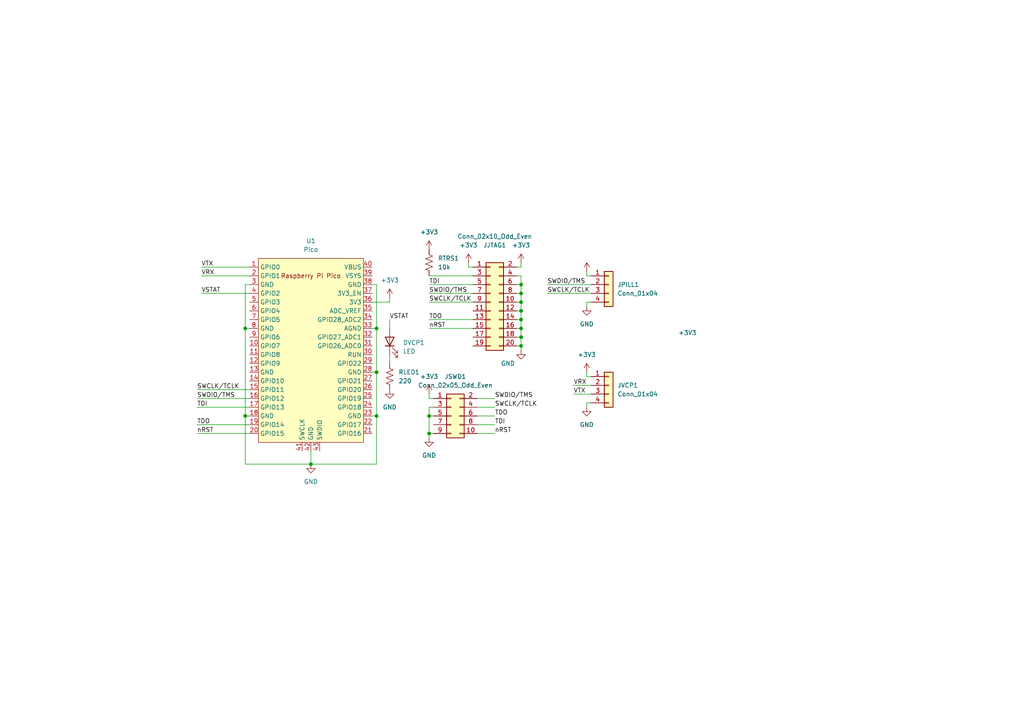
<source format=kicad_sch>
(kicad_sch (version 20211123) (generator eeschema)

  (uuid 95e9225e-fea7-44de-8175-80dc86985217)

  (paper "A4")

  (lib_symbols
    (symbol "Connector_Generic:Conn_01x04" (pin_names (offset 1.016) hide) (in_bom yes) (on_board yes)
      (property "Reference" "J" (id 0) (at 0 5.08 0)
        (effects (font (size 1.27 1.27)))
      )
      (property "Value" "Conn_01x04" (id 1) (at 0 -7.62 0)
        (effects (font (size 1.27 1.27)))
      )
      (property "Footprint" "" (id 2) (at 0 0 0)
        (effects (font (size 1.27 1.27)) hide)
      )
      (property "Datasheet" "~" (id 3) (at 0 0 0)
        (effects (font (size 1.27 1.27)) hide)
      )
      (property "ki_keywords" "connector" (id 4) (at 0 0 0)
        (effects (font (size 1.27 1.27)) hide)
      )
      (property "ki_description" "Generic connector, single row, 01x04, script generated (kicad-library-utils/schlib/autogen/connector/)" (id 5) (at 0 0 0)
        (effects (font (size 1.27 1.27)) hide)
      )
      (property "ki_fp_filters" "Connector*:*_1x??_*" (id 6) (at 0 0 0)
        (effects (font (size 1.27 1.27)) hide)
      )
      (symbol "Conn_01x04_1_1"
        (rectangle (start -1.27 -4.953) (end 0 -5.207)
          (stroke (width 0.1524) (type default) (color 0 0 0 0))
          (fill (type none))
        )
        (rectangle (start -1.27 -2.413) (end 0 -2.667)
          (stroke (width 0.1524) (type default) (color 0 0 0 0))
          (fill (type none))
        )
        (rectangle (start -1.27 0.127) (end 0 -0.127)
          (stroke (width 0.1524) (type default) (color 0 0 0 0))
          (fill (type none))
        )
        (rectangle (start -1.27 2.667) (end 0 2.413)
          (stroke (width 0.1524) (type default) (color 0 0 0 0))
          (fill (type none))
        )
        (rectangle (start -1.27 3.81) (end 1.27 -6.35)
          (stroke (width 0.254) (type default) (color 0 0 0 0))
          (fill (type background))
        )
        (pin passive line (at -5.08 2.54 0) (length 3.81)
          (name "Pin_1" (effects (font (size 1.27 1.27))))
          (number "1" (effects (font (size 1.27 1.27))))
        )
        (pin passive line (at -5.08 0 0) (length 3.81)
          (name "Pin_2" (effects (font (size 1.27 1.27))))
          (number "2" (effects (font (size 1.27 1.27))))
        )
        (pin passive line (at -5.08 -2.54 0) (length 3.81)
          (name "Pin_3" (effects (font (size 1.27 1.27))))
          (number "3" (effects (font (size 1.27 1.27))))
        )
        (pin passive line (at -5.08 -5.08 0) (length 3.81)
          (name "Pin_4" (effects (font (size 1.27 1.27))))
          (number "4" (effects (font (size 1.27 1.27))))
        )
      )
    )
    (symbol "Connector_Generic:Conn_02x05_Odd_Even" (pin_names (offset 1.016) hide) (in_bom yes) (on_board yes)
      (property "Reference" "J" (id 0) (at 1.27 7.62 0)
        (effects (font (size 1.27 1.27)))
      )
      (property "Value" "Conn_02x05_Odd_Even" (id 1) (at 1.27 -7.62 0)
        (effects (font (size 1.27 1.27)))
      )
      (property "Footprint" "" (id 2) (at 0 0 0)
        (effects (font (size 1.27 1.27)) hide)
      )
      (property "Datasheet" "~" (id 3) (at 0 0 0)
        (effects (font (size 1.27 1.27)) hide)
      )
      (property "ki_keywords" "connector" (id 4) (at 0 0 0)
        (effects (font (size 1.27 1.27)) hide)
      )
      (property "ki_description" "Generic connector, double row, 02x05, odd/even pin numbering scheme (row 1 odd numbers, row 2 even numbers), script generated (kicad-library-utils/schlib/autogen/connector/)" (id 5) (at 0 0 0)
        (effects (font (size 1.27 1.27)) hide)
      )
      (property "ki_fp_filters" "Connector*:*_2x??_*" (id 6) (at 0 0 0)
        (effects (font (size 1.27 1.27)) hide)
      )
      (symbol "Conn_02x05_Odd_Even_1_1"
        (rectangle (start -1.27 -4.953) (end 0 -5.207)
          (stroke (width 0.1524) (type default) (color 0 0 0 0))
          (fill (type none))
        )
        (rectangle (start -1.27 -2.413) (end 0 -2.667)
          (stroke (width 0.1524) (type default) (color 0 0 0 0))
          (fill (type none))
        )
        (rectangle (start -1.27 0.127) (end 0 -0.127)
          (stroke (width 0.1524) (type default) (color 0 0 0 0))
          (fill (type none))
        )
        (rectangle (start -1.27 2.667) (end 0 2.413)
          (stroke (width 0.1524) (type default) (color 0 0 0 0))
          (fill (type none))
        )
        (rectangle (start -1.27 5.207) (end 0 4.953)
          (stroke (width 0.1524) (type default) (color 0 0 0 0))
          (fill (type none))
        )
        (rectangle (start -1.27 6.35) (end 3.81 -6.35)
          (stroke (width 0.254) (type default) (color 0 0 0 0))
          (fill (type background))
        )
        (rectangle (start 3.81 -4.953) (end 2.54 -5.207)
          (stroke (width 0.1524) (type default) (color 0 0 0 0))
          (fill (type none))
        )
        (rectangle (start 3.81 -2.413) (end 2.54 -2.667)
          (stroke (width 0.1524) (type default) (color 0 0 0 0))
          (fill (type none))
        )
        (rectangle (start 3.81 0.127) (end 2.54 -0.127)
          (stroke (width 0.1524) (type default) (color 0 0 0 0))
          (fill (type none))
        )
        (rectangle (start 3.81 2.667) (end 2.54 2.413)
          (stroke (width 0.1524) (type default) (color 0 0 0 0))
          (fill (type none))
        )
        (rectangle (start 3.81 5.207) (end 2.54 4.953)
          (stroke (width 0.1524) (type default) (color 0 0 0 0))
          (fill (type none))
        )
        (pin passive line (at -5.08 5.08 0) (length 3.81)
          (name "Pin_1" (effects (font (size 1.27 1.27))))
          (number "1" (effects (font (size 1.27 1.27))))
        )
        (pin passive line (at 7.62 -5.08 180) (length 3.81)
          (name "Pin_10" (effects (font (size 1.27 1.27))))
          (number "10" (effects (font (size 1.27 1.27))))
        )
        (pin passive line (at 7.62 5.08 180) (length 3.81)
          (name "Pin_2" (effects (font (size 1.27 1.27))))
          (number "2" (effects (font (size 1.27 1.27))))
        )
        (pin passive line (at -5.08 2.54 0) (length 3.81)
          (name "Pin_3" (effects (font (size 1.27 1.27))))
          (number "3" (effects (font (size 1.27 1.27))))
        )
        (pin passive line (at 7.62 2.54 180) (length 3.81)
          (name "Pin_4" (effects (font (size 1.27 1.27))))
          (number "4" (effects (font (size 1.27 1.27))))
        )
        (pin passive line (at -5.08 0 0) (length 3.81)
          (name "Pin_5" (effects (font (size 1.27 1.27))))
          (number "5" (effects (font (size 1.27 1.27))))
        )
        (pin passive line (at 7.62 0 180) (length 3.81)
          (name "Pin_6" (effects (font (size 1.27 1.27))))
          (number "6" (effects (font (size 1.27 1.27))))
        )
        (pin passive line (at -5.08 -2.54 0) (length 3.81)
          (name "Pin_7" (effects (font (size 1.27 1.27))))
          (number "7" (effects (font (size 1.27 1.27))))
        )
        (pin passive line (at 7.62 -2.54 180) (length 3.81)
          (name "Pin_8" (effects (font (size 1.27 1.27))))
          (number "8" (effects (font (size 1.27 1.27))))
        )
        (pin passive line (at -5.08 -5.08 0) (length 3.81)
          (name "Pin_9" (effects (font (size 1.27 1.27))))
          (number "9" (effects (font (size 1.27 1.27))))
        )
      )
    )
    (symbol "Connector_Generic:Conn_02x10_Odd_Even" (pin_names (offset 1.016) hide) (in_bom yes) (on_board yes)
      (property "Reference" "J" (id 0) (at 1.27 12.7 0)
        (effects (font (size 1.27 1.27)))
      )
      (property "Value" "Conn_02x10_Odd_Even" (id 1) (at 1.27 -15.24 0)
        (effects (font (size 1.27 1.27)))
      )
      (property "Footprint" "" (id 2) (at 0 0 0)
        (effects (font (size 1.27 1.27)) hide)
      )
      (property "Datasheet" "~" (id 3) (at 0 0 0)
        (effects (font (size 1.27 1.27)) hide)
      )
      (property "ki_keywords" "connector" (id 4) (at 0 0 0)
        (effects (font (size 1.27 1.27)) hide)
      )
      (property "ki_description" "Generic connector, double row, 02x10, odd/even pin numbering scheme (row 1 odd numbers, row 2 even numbers), script generated (kicad-library-utils/schlib/autogen/connector/)" (id 5) (at 0 0 0)
        (effects (font (size 1.27 1.27)) hide)
      )
      (property "ki_fp_filters" "Connector*:*_2x??_*" (id 6) (at 0 0 0)
        (effects (font (size 1.27 1.27)) hide)
      )
      (symbol "Conn_02x10_Odd_Even_1_1"
        (rectangle (start -1.27 -12.573) (end 0 -12.827)
          (stroke (width 0.1524) (type default) (color 0 0 0 0))
          (fill (type none))
        )
        (rectangle (start -1.27 -10.033) (end 0 -10.287)
          (stroke (width 0.1524) (type default) (color 0 0 0 0))
          (fill (type none))
        )
        (rectangle (start -1.27 -7.493) (end 0 -7.747)
          (stroke (width 0.1524) (type default) (color 0 0 0 0))
          (fill (type none))
        )
        (rectangle (start -1.27 -4.953) (end 0 -5.207)
          (stroke (width 0.1524) (type default) (color 0 0 0 0))
          (fill (type none))
        )
        (rectangle (start -1.27 -2.413) (end 0 -2.667)
          (stroke (width 0.1524) (type default) (color 0 0 0 0))
          (fill (type none))
        )
        (rectangle (start -1.27 0.127) (end 0 -0.127)
          (stroke (width 0.1524) (type default) (color 0 0 0 0))
          (fill (type none))
        )
        (rectangle (start -1.27 2.667) (end 0 2.413)
          (stroke (width 0.1524) (type default) (color 0 0 0 0))
          (fill (type none))
        )
        (rectangle (start -1.27 5.207) (end 0 4.953)
          (stroke (width 0.1524) (type default) (color 0 0 0 0))
          (fill (type none))
        )
        (rectangle (start -1.27 7.747) (end 0 7.493)
          (stroke (width 0.1524) (type default) (color 0 0 0 0))
          (fill (type none))
        )
        (rectangle (start -1.27 10.287) (end 0 10.033)
          (stroke (width 0.1524) (type default) (color 0 0 0 0))
          (fill (type none))
        )
        (rectangle (start -1.27 11.43) (end 3.81 -13.97)
          (stroke (width 0.254) (type default) (color 0 0 0 0))
          (fill (type background))
        )
        (rectangle (start 3.81 -12.573) (end 2.54 -12.827)
          (stroke (width 0.1524) (type default) (color 0 0 0 0))
          (fill (type none))
        )
        (rectangle (start 3.81 -10.033) (end 2.54 -10.287)
          (stroke (width 0.1524) (type default) (color 0 0 0 0))
          (fill (type none))
        )
        (rectangle (start 3.81 -7.493) (end 2.54 -7.747)
          (stroke (width 0.1524) (type default) (color 0 0 0 0))
          (fill (type none))
        )
        (rectangle (start 3.81 -4.953) (end 2.54 -5.207)
          (stroke (width 0.1524) (type default) (color 0 0 0 0))
          (fill (type none))
        )
        (rectangle (start 3.81 -2.413) (end 2.54 -2.667)
          (stroke (width 0.1524) (type default) (color 0 0 0 0))
          (fill (type none))
        )
        (rectangle (start 3.81 0.127) (end 2.54 -0.127)
          (stroke (width 0.1524) (type default) (color 0 0 0 0))
          (fill (type none))
        )
        (rectangle (start 3.81 2.667) (end 2.54 2.413)
          (stroke (width 0.1524) (type default) (color 0 0 0 0))
          (fill (type none))
        )
        (rectangle (start 3.81 5.207) (end 2.54 4.953)
          (stroke (width 0.1524) (type default) (color 0 0 0 0))
          (fill (type none))
        )
        (rectangle (start 3.81 7.747) (end 2.54 7.493)
          (stroke (width 0.1524) (type default) (color 0 0 0 0))
          (fill (type none))
        )
        (rectangle (start 3.81 10.287) (end 2.54 10.033)
          (stroke (width 0.1524) (type default) (color 0 0 0 0))
          (fill (type none))
        )
        (pin passive line (at -5.08 10.16 0) (length 3.81)
          (name "Pin_1" (effects (font (size 1.27 1.27))))
          (number "1" (effects (font (size 1.27 1.27))))
        )
        (pin passive line (at 7.62 0 180) (length 3.81)
          (name "Pin_10" (effects (font (size 1.27 1.27))))
          (number "10" (effects (font (size 1.27 1.27))))
        )
        (pin passive line (at -5.08 -2.54 0) (length 3.81)
          (name "Pin_11" (effects (font (size 1.27 1.27))))
          (number "11" (effects (font (size 1.27 1.27))))
        )
        (pin passive line (at 7.62 -2.54 180) (length 3.81)
          (name "Pin_12" (effects (font (size 1.27 1.27))))
          (number "12" (effects (font (size 1.27 1.27))))
        )
        (pin passive line (at -5.08 -5.08 0) (length 3.81)
          (name "Pin_13" (effects (font (size 1.27 1.27))))
          (number "13" (effects (font (size 1.27 1.27))))
        )
        (pin passive line (at 7.62 -5.08 180) (length 3.81)
          (name "Pin_14" (effects (font (size 1.27 1.27))))
          (number "14" (effects (font (size 1.27 1.27))))
        )
        (pin passive line (at -5.08 -7.62 0) (length 3.81)
          (name "Pin_15" (effects (font (size 1.27 1.27))))
          (number "15" (effects (font (size 1.27 1.27))))
        )
        (pin passive line (at 7.62 -7.62 180) (length 3.81)
          (name "Pin_16" (effects (font (size 1.27 1.27))))
          (number "16" (effects (font (size 1.27 1.27))))
        )
        (pin passive line (at -5.08 -10.16 0) (length 3.81)
          (name "Pin_17" (effects (font (size 1.27 1.27))))
          (number "17" (effects (font (size 1.27 1.27))))
        )
        (pin passive line (at 7.62 -10.16 180) (length 3.81)
          (name "Pin_18" (effects (font (size 1.27 1.27))))
          (number "18" (effects (font (size 1.27 1.27))))
        )
        (pin passive line (at -5.08 -12.7 0) (length 3.81)
          (name "Pin_19" (effects (font (size 1.27 1.27))))
          (number "19" (effects (font (size 1.27 1.27))))
        )
        (pin passive line (at 7.62 10.16 180) (length 3.81)
          (name "Pin_2" (effects (font (size 1.27 1.27))))
          (number "2" (effects (font (size 1.27 1.27))))
        )
        (pin passive line (at 7.62 -12.7 180) (length 3.81)
          (name "Pin_20" (effects (font (size 1.27 1.27))))
          (number "20" (effects (font (size 1.27 1.27))))
        )
        (pin passive line (at -5.08 7.62 0) (length 3.81)
          (name "Pin_3" (effects (font (size 1.27 1.27))))
          (number "3" (effects (font (size 1.27 1.27))))
        )
        (pin passive line (at 7.62 7.62 180) (length 3.81)
          (name "Pin_4" (effects (font (size 1.27 1.27))))
          (number "4" (effects (font (size 1.27 1.27))))
        )
        (pin passive line (at -5.08 5.08 0) (length 3.81)
          (name "Pin_5" (effects (font (size 1.27 1.27))))
          (number "5" (effects (font (size 1.27 1.27))))
        )
        (pin passive line (at 7.62 5.08 180) (length 3.81)
          (name "Pin_6" (effects (font (size 1.27 1.27))))
          (number "6" (effects (font (size 1.27 1.27))))
        )
        (pin passive line (at -5.08 2.54 0) (length 3.81)
          (name "Pin_7" (effects (font (size 1.27 1.27))))
          (number "7" (effects (font (size 1.27 1.27))))
        )
        (pin passive line (at 7.62 2.54 180) (length 3.81)
          (name "Pin_8" (effects (font (size 1.27 1.27))))
          (number "8" (effects (font (size 1.27 1.27))))
        )
        (pin passive line (at -5.08 0 0) (length 3.81)
          (name "Pin_9" (effects (font (size 1.27 1.27))))
          (number "9" (effects (font (size 1.27 1.27))))
        )
      )
    )
    (symbol "Device:LED" (pin_numbers hide) (pin_names (offset 1.016) hide) (in_bom yes) (on_board yes)
      (property "Reference" "D" (id 0) (at 0 2.54 0)
        (effects (font (size 1.27 1.27)))
      )
      (property "Value" "LED" (id 1) (at 0 -2.54 0)
        (effects (font (size 1.27 1.27)))
      )
      (property "Footprint" "" (id 2) (at 0 0 0)
        (effects (font (size 1.27 1.27)) hide)
      )
      (property "Datasheet" "~" (id 3) (at 0 0 0)
        (effects (font (size 1.27 1.27)) hide)
      )
      (property "ki_keywords" "LED diode" (id 4) (at 0 0 0)
        (effects (font (size 1.27 1.27)) hide)
      )
      (property "ki_description" "Light emitting diode" (id 5) (at 0 0 0)
        (effects (font (size 1.27 1.27)) hide)
      )
      (property "ki_fp_filters" "LED* LED_SMD:* LED_THT:*" (id 6) (at 0 0 0)
        (effects (font (size 1.27 1.27)) hide)
      )
      (symbol "LED_0_1"
        (polyline
          (pts
            (xy -1.27 -1.27)
            (xy -1.27 1.27)
          )
          (stroke (width 0.254) (type default) (color 0 0 0 0))
          (fill (type none))
        )
        (polyline
          (pts
            (xy -1.27 0)
            (xy 1.27 0)
          )
          (stroke (width 0) (type default) (color 0 0 0 0))
          (fill (type none))
        )
        (polyline
          (pts
            (xy 1.27 -1.27)
            (xy 1.27 1.27)
            (xy -1.27 0)
            (xy 1.27 -1.27)
          )
          (stroke (width 0.254) (type default) (color 0 0 0 0))
          (fill (type none))
        )
        (polyline
          (pts
            (xy -3.048 -0.762)
            (xy -4.572 -2.286)
            (xy -3.81 -2.286)
            (xy -4.572 -2.286)
            (xy -4.572 -1.524)
          )
          (stroke (width 0) (type default) (color 0 0 0 0))
          (fill (type none))
        )
        (polyline
          (pts
            (xy -1.778 -0.762)
            (xy -3.302 -2.286)
            (xy -2.54 -2.286)
            (xy -3.302 -2.286)
            (xy -3.302 -1.524)
          )
          (stroke (width 0) (type default) (color 0 0 0 0))
          (fill (type none))
        )
      )
      (symbol "LED_1_1"
        (pin passive line (at -3.81 0 0) (length 2.54)
          (name "K" (effects (font (size 1.27 1.27))))
          (number "1" (effects (font (size 1.27 1.27))))
        )
        (pin passive line (at 3.81 0 180) (length 2.54)
          (name "A" (effects (font (size 1.27 1.27))))
          (number "2" (effects (font (size 1.27 1.27))))
        )
      )
    )
    (symbol "Device:R_US" (pin_numbers hide) (pin_names (offset 0)) (in_bom yes) (on_board yes)
      (property "Reference" "R" (id 0) (at 2.54 0 90)
        (effects (font (size 1.27 1.27)))
      )
      (property "Value" "R_US" (id 1) (at -2.54 0 90)
        (effects (font (size 1.27 1.27)))
      )
      (property "Footprint" "" (id 2) (at 1.016 -0.254 90)
        (effects (font (size 1.27 1.27)) hide)
      )
      (property "Datasheet" "~" (id 3) (at 0 0 0)
        (effects (font (size 1.27 1.27)) hide)
      )
      (property "ki_keywords" "R res resistor" (id 4) (at 0 0 0)
        (effects (font (size 1.27 1.27)) hide)
      )
      (property "ki_description" "Resistor, US symbol" (id 5) (at 0 0 0)
        (effects (font (size 1.27 1.27)) hide)
      )
      (property "ki_fp_filters" "R_*" (id 6) (at 0 0 0)
        (effects (font (size 1.27 1.27)) hide)
      )
      (symbol "R_US_0_1"
        (polyline
          (pts
            (xy 0 -2.286)
            (xy 0 -2.54)
          )
          (stroke (width 0) (type default) (color 0 0 0 0))
          (fill (type none))
        )
        (polyline
          (pts
            (xy 0 2.286)
            (xy 0 2.54)
          )
          (stroke (width 0) (type default) (color 0 0 0 0))
          (fill (type none))
        )
        (polyline
          (pts
            (xy 0 -0.762)
            (xy 1.016 -1.143)
            (xy 0 -1.524)
            (xy -1.016 -1.905)
            (xy 0 -2.286)
          )
          (stroke (width 0) (type default) (color 0 0 0 0))
          (fill (type none))
        )
        (polyline
          (pts
            (xy 0 0.762)
            (xy 1.016 0.381)
            (xy 0 0)
            (xy -1.016 -0.381)
            (xy 0 -0.762)
          )
          (stroke (width 0) (type default) (color 0 0 0 0))
          (fill (type none))
        )
        (polyline
          (pts
            (xy 0 2.286)
            (xy 1.016 1.905)
            (xy 0 1.524)
            (xy -1.016 1.143)
            (xy 0 0.762)
          )
          (stroke (width 0) (type default) (color 0 0 0 0))
          (fill (type none))
        )
      )
      (symbol "R_US_1_1"
        (pin passive line (at 0 3.81 270) (length 1.27)
          (name "~" (effects (font (size 1.27 1.27))))
          (number "1" (effects (font (size 1.27 1.27))))
        )
        (pin passive line (at 0 -3.81 90) (length 1.27)
          (name "~" (effects (font (size 1.27 1.27))))
          (number "2" (effects (font (size 1.27 1.27))))
        )
      )
    )
    (symbol "MCU_RaspberryPi_and_Boards:Pico" (in_bom yes) (on_board yes)
      (property "Reference" "U" (id 0) (at -13.97 27.94 0)
        (effects (font (size 1.27 1.27)))
      )
      (property "Value" "Pico" (id 1) (at 0 19.05 0)
        (effects (font (size 1.27 1.27)))
      )
      (property "Footprint" "RPi_Pico:RPi_Pico_SMD_TH" (id 2) (at 0 0 90)
        (effects (font (size 1.27 1.27)) hide)
      )
      (property "Datasheet" "" (id 3) (at 0 0 0)
        (effects (font (size 1.27 1.27)) hide)
      )
      (symbol "Pico_0_0"
        (text "Raspberry Pi Pico" (at 0 21.59 0)
          (effects (font (size 1.27 1.27)))
        )
      )
      (symbol "Pico_0_1"
        (rectangle (start -15.24 26.67) (end 15.24 -26.67)
          (stroke (width 0) (type default) (color 0 0 0 0))
          (fill (type background))
        )
      )
      (symbol "Pico_1_1"
        (pin bidirectional line (at -17.78 24.13 0) (length 2.54)
          (name "GPIO0" (effects (font (size 1.27 1.27))))
          (number "1" (effects (font (size 1.27 1.27))))
        )
        (pin bidirectional line (at -17.78 1.27 0) (length 2.54)
          (name "GPIO7" (effects (font (size 1.27 1.27))))
          (number "10" (effects (font (size 1.27 1.27))))
        )
        (pin bidirectional line (at -17.78 -1.27 0) (length 2.54)
          (name "GPIO8" (effects (font (size 1.27 1.27))))
          (number "11" (effects (font (size 1.27 1.27))))
        )
        (pin bidirectional line (at -17.78 -3.81 0) (length 2.54)
          (name "GPIO9" (effects (font (size 1.27 1.27))))
          (number "12" (effects (font (size 1.27 1.27))))
        )
        (pin power_in line (at -17.78 -6.35 0) (length 2.54)
          (name "GND" (effects (font (size 1.27 1.27))))
          (number "13" (effects (font (size 1.27 1.27))))
        )
        (pin bidirectional line (at -17.78 -8.89 0) (length 2.54)
          (name "GPIO10" (effects (font (size 1.27 1.27))))
          (number "14" (effects (font (size 1.27 1.27))))
        )
        (pin bidirectional line (at -17.78 -11.43 0) (length 2.54)
          (name "GPIO11" (effects (font (size 1.27 1.27))))
          (number "15" (effects (font (size 1.27 1.27))))
        )
        (pin bidirectional line (at -17.78 -13.97 0) (length 2.54)
          (name "GPIO12" (effects (font (size 1.27 1.27))))
          (number "16" (effects (font (size 1.27 1.27))))
        )
        (pin bidirectional line (at -17.78 -16.51 0) (length 2.54)
          (name "GPIO13" (effects (font (size 1.27 1.27))))
          (number "17" (effects (font (size 1.27 1.27))))
        )
        (pin power_in line (at -17.78 -19.05 0) (length 2.54)
          (name "GND" (effects (font (size 1.27 1.27))))
          (number "18" (effects (font (size 1.27 1.27))))
        )
        (pin bidirectional line (at -17.78 -21.59 0) (length 2.54)
          (name "GPIO14" (effects (font (size 1.27 1.27))))
          (number "19" (effects (font (size 1.27 1.27))))
        )
        (pin bidirectional line (at -17.78 21.59 0) (length 2.54)
          (name "GPIO1" (effects (font (size 1.27 1.27))))
          (number "2" (effects (font (size 1.27 1.27))))
        )
        (pin bidirectional line (at -17.78 -24.13 0) (length 2.54)
          (name "GPIO15" (effects (font (size 1.27 1.27))))
          (number "20" (effects (font (size 1.27 1.27))))
        )
        (pin bidirectional line (at 17.78 -24.13 180) (length 2.54)
          (name "GPIO16" (effects (font (size 1.27 1.27))))
          (number "21" (effects (font (size 1.27 1.27))))
        )
        (pin bidirectional line (at 17.78 -21.59 180) (length 2.54)
          (name "GPIO17" (effects (font (size 1.27 1.27))))
          (number "22" (effects (font (size 1.27 1.27))))
        )
        (pin power_in line (at 17.78 -19.05 180) (length 2.54)
          (name "GND" (effects (font (size 1.27 1.27))))
          (number "23" (effects (font (size 1.27 1.27))))
        )
        (pin bidirectional line (at 17.78 -16.51 180) (length 2.54)
          (name "GPIO18" (effects (font (size 1.27 1.27))))
          (number "24" (effects (font (size 1.27 1.27))))
        )
        (pin bidirectional line (at 17.78 -13.97 180) (length 2.54)
          (name "GPIO19" (effects (font (size 1.27 1.27))))
          (number "25" (effects (font (size 1.27 1.27))))
        )
        (pin bidirectional line (at 17.78 -11.43 180) (length 2.54)
          (name "GPIO20" (effects (font (size 1.27 1.27))))
          (number "26" (effects (font (size 1.27 1.27))))
        )
        (pin bidirectional line (at 17.78 -8.89 180) (length 2.54)
          (name "GPIO21" (effects (font (size 1.27 1.27))))
          (number "27" (effects (font (size 1.27 1.27))))
        )
        (pin power_in line (at 17.78 -6.35 180) (length 2.54)
          (name "GND" (effects (font (size 1.27 1.27))))
          (number "28" (effects (font (size 1.27 1.27))))
        )
        (pin bidirectional line (at 17.78 -3.81 180) (length 2.54)
          (name "GPIO22" (effects (font (size 1.27 1.27))))
          (number "29" (effects (font (size 1.27 1.27))))
        )
        (pin power_in line (at -17.78 19.05 0) (length 2.54)
          (name "GND" (effects (font (size 1.27 1.27))))
          (number "3" (effects (font (size 1.27 1.27))))
        )
        (pin input line (at 17.78 -1.27 180) (length 2.54)
          (name "RUN" (effects (font (size 1.27 1.27))))
          (number "30" (effects (font (size 1.27 1.27))))
        )
        (pin bidirectional line (at 17.78 1.27 180) (length 2.54)
          (name "GPIO26_ADC0" (effects (font (size 1.27 1.27))))
          (number "31" (effects (font (size 1.27 1.27))))
        )
        (pin bidirectional line (at 17.78 3.81 180) (length 2.54)
          (name "GPIO27_ADC1" (effects (font (size 1.27 1.27))))
          (number "32" (effects (font (size 1.27 1.27))))
        )
        (pin power_in line (at 17.78 6.35 180) (length 2.54)
          (name "AGND" (effects (font (size 1.27 1.27))))
          (number "33" (effects (font (size 1.27 1.27))))
        )
        (pin bidirectional line (at 17.78 8.89 180) (length 2.54)
          (name "GPIO28_ADC2" (effects (font (size 1.27 1.27))))
          (number "34" (effects (font (size 1.27 1.27))))
        )
        (pin power_in line (at 17.78 11.43 180) (length 2.54)
          (name "ADC_VREF" (effects (font (size 1.27 1.27))))
          (number "35" (effects (font (size 1.27 1.27))))
        )
        (pin power_in line (at 17.78 13.97 180) (length 2.54)
          (name "3V3" (effects (font (size 1.27 1.27))))
          (number "36" (effects (font (size 1.27 1.27))))
        )
        (pin input line (at 17.78 16.51 180) (length 2.54)
          (name "3V3_EN" (effects (font (size 1.27 1.27))))
          (number "37" (effects (font (size 1.27 1.27))))
        )
        (pin bidirectional line (at 17.78 19.05 180) (length 2.54)
          (name "GND" (effects (font (size 1.27 1.27))))
          (number "38" (effects (font (size 1.27 1.27))))
        )
        (pin power_in line (at 17.78 21.59 180) (length 2.54)
          (name "VSYS" (effects (font (size 1.27 1.27))))
          (number "39" (effects (font (size 1.27 1.27))))
        )
        (pin bidirectional line (at -17.78 16.51 0) (length 2.54)
          (name "GPIO2" (effects (font (size 1.27 1.27))))
          (number "4" (effects (font (size 1.27 1.27))))
        )
        (pin power_in line (at 17.78 24.13 180) (length 2.54)
          (name "VBUS" (effects (font (size 1.27 1.27))))
          (number "40" (effects (font (size 1.27 1.27))))
        )
        (pin input line (at -2.54 -29.21 90) (length 2.54)
          (name "SWCLK" (effects (font (size 1.27 1.27))))
          (number "41" (effects (font (size 1.27 1.27))))
        )
        (pin power_in line (at 0 -29.21 90) (length 2.54)
          (name "GND" (effects (font (size 1.27 1.27))))
          (number "42" (effects (font (size 1.27 1.27))))
        )
        (pin bidirectional line (at 2.54 -29.21 90) (length 2.54)
          (name "SWDIO" (effects (font (size 1.27 1.27))))
          (number "43" (effects (font (size 1.27 1.27))))
        )
        (pin bidirectional line (at -17.78 13.97 0) (length 2.54)
          (name "GPIO3" (effects (font (size 1.27 1.27))))
          (number "5" (effects (font (size 1.27 1.27))))
        )
        (pin bidirectional line (at -17.78 11.43 0) (length 2.54)
          (name "GPIO4" (effects (font (size 1.27 1.27))))
          (number "6" (effects (font (size 1.27 1.27))))
        )
        (pin bidirectional line (at -17.78 8.89 0) (length 2.54)
          (name "GPIO5" (effects (font (size 1.27 1.27))))
          (number "7" (effects (font (size 1.27 1.27))))
        )
        (pin power_in line (at -17.78 6.35 0) (length 2.54)
          (name "GND" (effects (font (size 1.27 1.27))))
          (number "8" (effects (font (size 1.27 1.27))))
        )
        (pin bidirectional line (at -17.78 3.81 0) (length 2.54)
          (name "GPIO6" (effects (font (size 1.27 1.27))))
          (number "9" (effects (font (size 1.27 1.27))))
        )
      )
    )
    (symbol "power:+3V3" (power) (pin_names (offset 0)) (in_bom yes) (on_board yes)
      (property "Reference" "#PWR" (id 0) (at 0 -3.81 0)
        (effects (font (size 1.27 1.27)) hide)
      )
      (property "Value" "+3V3" (id 1) (at 0 3.556 0)
        (effects (font (size 1.27 1.27)))
      )
      (property "Footprint" "" (id 2) (at 0 0 0)
        (effects (font (size 1.27 1.27)) hide)
      )
      (property "Datasheet" "" (id 3) (at 0 0 0)
        (effects (font (size 1.27 1.27)) hide)
      )
      (property "ki_keywords" "power-flag" (id 4) (at 0 0 0)
        (effects (font (size 1.27 1.27)) hide)
      )
      (property "ki_description" "Power symbol creates a global label with name \"+3V3\"" (id 5) (at 0 0 0)
        (effects (font (size 1.27 1.27)) hide)
      )
      (symbol "+3V3_0_1"
        (polyline
          (pts
            (xy -0.762 1.27)
            (xy 0 2.54)
          )
          (stroke (width 0) (type default) (color 0 0 0 0))
          (fill (type none))
        )
        (polyline
          (pts
            (xy 0 0)
            (xy 0 2.54)
          )
          (stroke (width 0) (type default) (color 0 0 0 0))
          (fill (type none))
        )
        (polyline
          (pts
            (xy 0 2.54)
            (xy 0.762 1.27)
          )
          (stroke (width 0) (type default) (color 0 0 0 0))
          (fill (type none))
        )
      )
      (symbol "+3V3_1_1"
        (pin power_in line (at 0 0 90) (length 0) hide
          (name "+3V3" (effects (font (size 1.27 1.27))))
          (number "1" (effects (font (size 1.27 1.27))))
        )
      )
    )
    (symbol "power:GND" (power) (pin_names (offset 0)) (in_bom yes) (on_board yes)
      (property "Reference" "#PWR" (id 0) (at 0 -6.35 0)
        (effects (font (size 1.27 1.27)) hide)
      )
      (property "Value" "GND" (id 1) (at 0 -3.81 0)
        (effects (font (size 1.27 1.27)))
      )
      (property "Footprint" "" (id 2) (at 0 0 0)
        (effects (font (size 1.27 1.27)) hide)
      )
      (property "Datasheet" "" (id 3) (at 0 0 0)
        (effects (font (size 1.27 1.27)) hide)
      )
      (property "ki_keywords" "power-flag" (id 4) (at 0 0 0)
        (effects (font (size 1.27 1.27)) hide)
      )
      (property "ki_description" "Power symbol creates a global label with name \"GND\" , ground" (id 5) (at 0 0 0)
        (effects (font (size 1.27 1.27)) hide)
      )
      (symbol "GND_0_1"
        (polyline
          (pts
            (xy 0 0)
            (xy 0 -1.27)
            (xy 1.27 -1.27)
            (xy 0 -2.54)
            (xy -1.27 -1.27)
            (xy 0 -1.27)
          )
          (stroke (width 0) (type default) (color 0 0 0 0))
          (fill (type none))
        )
      )
      (symbol "GND_1_1"
        (pin power_in line (at 0 0 270) (length 0) hide
          (name "GND" (effects (font (size 1.27 1.27))))
          (number "1" (effects (font (size 1.27 1.27))))
        )
      )
    )
  )

  (junction (at 151.13 92.71) (diameter 0) (color 0 0 0 0)
    (uuid 080d6918-aa34-45e9-ace8-5239c0c24b59)
  )
  (junction (at 124.46 120.65) (diameter 0) (color 0 0 0 0)
    (uuid 431ec438-c732-4198-921f-84c560785bb3)
  )
  (junction (at 124.46 125.73) (diameter 0) (color 0 0 0 0)
    (uuid 4c100a0b-ffa7-44c5-a225-325c64fcc4b8)
  )
  (junction (at 151.13 87.63) (diameter 0) (color 0 0 0 0)
    (uuid 77cf98bb-b906-484b-a0b6-c6786f22bde7)
  )
  (junction (at 71.12 120.65) (diameter 0) (color 0 0 0 0)
    (uuid 7b27ad05-c60e-4929-84cc-df7be0af2461)
  )
  (junction (at 109.22 120.65) (diameter 0) (color 0 0 0 0)
    (uuid 912500c0-1f24-4da3-8b52-35bac14a142d)
  )
  (junction (at 151.13 100.33) (diameter 0) (color 0 0 0 0)
    (uuid 913f96d4-f8d0-4edf-93aa-b1b08458890a)
  )
  (junction (at 109.22 107.95) (diameter 0) (color 0 0 0 0)
    (uuid 9507305f-b595-4e39-8eb4-71ec482289ab)
  )
  (junction (at 151.13 97.79) (diameter 0) (color 0 0 0 0)
    (uuid 9d5f660d-fd35-45da-b685-2555cf7f0dae)
  )
  (junction (at 109.22 95.25) (diameter 0) (color 0 0 0 0)
    (uuid 9da3bc88-6b52-44e0-b894-5e3be4a7a41d)
  )
  (junction (at 71.12 95.25) (diameter 0) (color 0 0 0 0)
    (uuid a4397f46-1564-4360-957d-6999de7a41d8)
  )
  (junction (at 151.13 90.17) (diameter 0) (color 0 0 0 0)
    (uuid ce063278-5f7b-413f-824b-19ef47328fbf)
  )
  (junction (at 151.13 95.25) (diameter 0) (color 0 0 0 0)
    (uuid e404fdbd-6556-4278-bd77-d8db04b7d909)
  )
  (junction (at 151.13 82.55) (diameter 0) (color 0 0 0 0)
    (uuid e81e9a29-45a1-483d-ab87-11dafa1f74f2)
  )
  (junction (at 90.17 134.62) (diameter 0) (color 0 0 0 0)
    (uuid ed24c4ca-662b-4dec-9392-592dabd86ccc)
  )
  (junction (at 151.13 85.09) (diameter 0) (color 0 0 0 0)
    (uuid f267d9a4-78fe-4113-97f2-46d19d202631)
  )

  (wire (pts (xy 124.46 114.3) (xy 124.46 115.57))
    (stroke (width 0) (type default) (color 0 0 0 0))
    (uuid 0a0b748b-fdb7-4a8b-83ff-66815a3c04d4)
  )
  (wire (pts (xy 151.13 92.71) (xy 151.13 95.25))
    (stroke (width 0) (type default) (color 0 0 0 0))
    (uuid 0d0a278b-cdac-4170-b4a2-9256c9f63e63)
  )
  (wire (pts (xy 170.18 107.95) (xy 170.18 109.22))
    (stroke (width 0) (type default) (color 0 0 0 0))
    (uuid 0f2edfde-766b-4731-803d-06287fc8be56)
  )
  (wire (pts (xy 138.43 123.19) (xy 143.51 123.19))
    (stroke (width 0) (type default) (color 0 0 0 0))
    (uuid 0f2f69da-0c4d-4bbe-9a09-8d112bc1ef0f)
  )
  (wire (pts (xy 58.42 80.01) (xy 72.39 80.01))
    (stroke (width 0) (type default) (color 0 0 0 0))
    (uuid 14746586-3e59-4d8d-b9c0-b2731d5f9be2)
  )
  (wire (pts (xy 113.03 87.63) (xy 113.03 86.36))
    (stroke (width 0) (type default) (color 0 0 0 0))
    (uuid 158f6ad4-f9c6-44ed-b4cc-7d446bb4611c)
  )
  (wire (pts (xy 149.86 95.25) (xy 151.13 95.25))
    (stroke (width 0) (type default) (color 0 0 0 0))
    (uuid 18b1c007-4fbe-452f-b15d-df2f0e0bc6ff)
  )
  (wire (pts (xy 113.03 105.41) (xy 113.03 102.87))
    (stroke (width 0) (type default) (color 0 0 0 0))
    (uuid 231fa90b-8e02-4898-9a92-160a8f9bbd36)
  )
  (wire (pts (xy 124.46 92.71) (xy 137.16 92.71))
    (stroke (width 0) (type default) (color 0 0 0 0))
    (uuid 24ad7b2e-496a-4f49-bd78-7c7261f83d3e)
  )
  (wire (pts (xy 125.73 118.11) (xy 124.46 118.11))
    (stroke (width 0) (type default) (color 0 0 0 0))
    (uuid 2860bcd7-8c91-4568-b97f-f1802351fec1)
  )
  (wire (pts (xy 71.12 134.62) (xy 90.17 134.62))
    (stroke (width 0) (type default) (color 0 0 0 0))
    (uuid 2a755431-6139-4399-907b-814f95c792d3)
  )
  (wire (pts (xy 71.12 95.25) (xy 71.12 120.65))
    (stroke (width 0) (type default) (color 0 0 0 0))
    (uuid 30c78ca3-55e1-42fc-928d-85238c0ab917)
  )
  (wire (pts (xy 151.13 101.6) (xy 151.13 100.33))
    (stroke (width 0) (type default) (color 0 0 0 0))
    (uuid 33c3ec25-99d4-468c-8401-8ee0c410cd24)
  )
  (wire (pts (xy 124.46 85.09) (xy 137.16 85.09))
    (stroke (width 0) (type default) (color 0 0 0 0))
    (uuid 344af89c-0618-4081-a428-19216ab7a3e9)
  )
  (wire (pts (xy 151.13 87.63) (xy 151.13 90.17))
    (stroke (width 0) (type default) (color 0 0 0 0))
    (uuid 3700d482-a274-44ae-8a8f-be9193d167dc)
  )
  (wire (pts (xy 138.43 125.73) (xy 143.51 125.73))
    (stroke (width 0) (type default) (color 0 0 0 0))
    (uuid 375db074-5ea7-4f4f-bcf4-31949505ada9)
  )
  (wire (pts (xy 124.46 87.63) (xy 137.16 87.63))
    (stroke (width 0) (type default) (color 0 0 0 0))
    (uuid 37d31fed-3b13-4ac7-ba8a-76d2b80f2868)
  )
  (wire (pts (xy 151.13 97.79) (xy 151.13 100.33))
    (stroke (width 0) (type default) (color 0 0 0 0))
    (uuid 3d1cda31-d7e6-4c81-ada1-dacbb6c68deb)
  )
  (wire (pts (xy 151.13 100.33) (xy 149.86 100.33))
    (stroke (width 0) (type default) (color 0 0 0 0))
    (uuid 4342bf16-7b54-4294-b57e-7cf608c841c4)
  )
  (wire (pts (xy 57.15 113.03) (xy 72.39 113.03))
    (stroke (width 0) (type default) (color 0 0 0 0))
    (uuid 47e50d9f-7c79-4cfb-b521-145718345ebd)
  )
  (wire (pts (xy 107.95 107.95) (xy 109.22 107.95))
    (stroke (width 0) (type default) (color 0 0 0 0))
    (uuid 48304c7b-6571-4cae-bb8c-7d4c9a536815)
  )
  (wire (pts (xy 171.45 109.22) (xy 170.18 109.22))
    (stroke (width 0) (type default) (color 0 0 0 0))
    (uuid 4a1caaa9-7dc4-465a-84c3-56ea95e274c6)
  )
  (wire (pts (xy 124.46 95.25) (xy 137.16 95.25))
    (stroke (width 0) (type default) (color 0 0 0 0))
    (uuid 53d57497-5e28-40df-93c4-2fe35ed0ebd9)
  )
  (wire (pts (xy 171.45 80.01) (xy 170.18 80.01))
    (stroke (width 0) (type default) (color 0 0 0 0))
    (uuid 57a3f39a-1f5a-48a3-a574-604a313493b6)
  )
  (wire (pts (xy 166.37 114.3) (xy 171.45 114.3))
    (stroke (width 0) (type default) (color 0 0 0 0))
    (uuid 5a17f84a-d9bd-4a74-8458-eeef9502e6b4)
  )
  (wire (pts (xy 151.13 80.01) (xy 151.13 82.55))
    (stroke (width 0) (type default) (color 0 0 0 0))
    (uuid 5b69602e-662e-4579-89f3-935b55098652)
  )
  (wire (pts (xy 170.18 78.74) (xy 170.18 80.01))
    (stroke (width 0) (type default) (color 0 0 0 0))
    (uuid 5c330830-b1ba-4e7d-9290-3c05a62e5c61)
  )
  (wire (pts (xy 109.22 82.55) (xy 109.22 95.25))
    (stroke (width 0) (type default) (color 0 0 0 0))
    (uuid 5e9d5bb1-2ad4-4a1f-ae24-765b79c5126b)
  )
  (wire (pts (xy 58.42 77.47) (xy 72.39 77.47))
    (stroke (width 0) (type default) (color 0 0 0 0))
    (uuid 5ebf06e4-c5fb-4d72-8795-a94bd9f9af2f)
  )
  (wire (pts (xy 149.86 82.55) (xy 151.13 82.55))
    (stroke (width 0) (type default) (color 0 0 0 0))
    (uuid 5f1957ad-ed48-470a-b735-722b8b58d01b)
  )
  (wire (pts (xy 107.95 95.25) (xy 109.22 95.25))
    (stroke (width 0) (type default) (color 0 0 0 0))
    (uuid 67eea664-2692-40de-8b48-686e3511f437)
  )
  (wire (pts (xy 151.13 85.09) (xy 151.13 87.63))
    (stroke (width 0) (type default) (color 0 0 0 0))
    (uuid 6a5f3ada-2288-4f86-8964-96b4c463da48)
  )
  (wire (pts (xy 124.46 120.65) (xy 125.73 120.65))
    (stroke (width 0) (type default) (color 0 0 0 0))
    (uuid 723cfea9-2f3d-4afc-9691-ea7f2c78f5c7)
  )
  (wire (pts (xy 109.22 95.25) (xy 109.22 107.95))
    (stroke (width 0) (type default) (color 0 0 0 0))
    (uuid 735762e7-6fbf-48a5-9cfa-044aa3b62f96)
  )
  (wire (pts (xy 138.43 115.57) (xy 143.51 115.57))
    (stroke (width 0) (type default) (color 0 0 0 0))
    (uuid 736349cc-50b1-457b-abd0-fa56f2b1e84b)
  )
  (wire (pts (xy 149.86 80.01) (xy 151.13 80.01))
    (stroke (width 0) (type default) (color 0 0 0 0))
    (uuid 78761a53-a70f-4e7a-b8da-4bb6f72901c9)
  )
  (wire (pts (xy 137.16 77.47) (xy 135.89 77.47))
    (stroke (width 0) (type default) (color 0 0 0 0))
    (uuid 78b86adb-0f8e-43ac-81b5-5a7b0077ee6b)
  )
  (wire (pts (xy 170.18 88.9) (xy 170.18 87.63))
    (stroke (width 0) (type default) (color 0 0 0 0))
    (uuid 7a3cda07-ed3c-4ef3-9ba0-6923d268922b)
  )
  (wire (pts (xy 124.46 118.11) (xy 124.46 120.65))
    (stroke (width 0) (type default) (color 0 0 0 0))
    (uuid 7c887117-5216-410f-84da-437fbad69d34)
  )
  (wire (pts (xy 149.86 92.71) (xy 151.13 92.71))
    (stroke (width 0) (type default) (color 0 0 0 0))
    (uuid 7f5de4c7-abb2-4ae9-8824-c96bc1d4f5ae)
  )
  (wire (pts (xy 90.17 134.62) (xy 90.17 130.81))
    (stroke (width 0) (type default) (color 0 0 0 0))
    (uuid 84bde309-ed43-442a-8af9-f031d9846c2a)
  )
  (wire (pts (xy 151.13 82.55) (xy 151.13 85.09))
    (stroke (width 0) (type default) (color 0 0 0 0))
    (uuid 8b2838f0-1209-4911-985c-a7aaee1385a3)
  )
  (wire (pts (xy 166.37 111.76) (xy 171.45 111.76))
    (stroke (width 0) (type default) (color 0 0 0 0))
    (uuid 90931bcb-a5fc-4e60-80a2-21fc7f2d8f75)
  )
  (wire (pts (xy 72.39 82.55) (xy 71.12 82.55))
    (stroke (width 0) (type default) (color 0 0 0 0))
    (uuid 91cd27fb-664b-4715-8abe-e1e57b4db211)
  )
  (wire (pts (xy 107.95 82.55) (xy 109.22 82.55))
    (stroke (width 0) (type default) (color 0 0 0 0))
    (uuid 93494885-1cfa-417b-a0c2-11588e9638d8)
  )
  (wire (pts (xy 57.15 115.57) (xy 72.39 115.57))
    (stroke (width 0) (type default) (color 0 0 0 0))
    (uuid 9671407a-7dae-458b-9803-f370b370eec0)
  )
  (wire (pts (xy 138.43 118.11) (xy 143.51 118.11))
    (stroke (width 0) (type default) (color 0 0 0 0))
    (uuid 9775a1d0-ca68-462f-a7db-40f6f26ba52b)
  )
  (wire (pts (xy 158.75 82.55) (xy 171.45 82.55))
    (stroke (width 0) (type default) (color 0 0 0 0))
    (uuid 99464fb0-5f67-4014-875c-8270c22982cc)
  )
  (wire (pts (xy 109.22 120.65) (xy 109.22 134.62))
    (stroke (width 0) (type default) (color 0 0 0 0))
    (uuid a33123ac-39f3-4e2a-981c-f3742a0639ab)
  )
  (wire (pts (xy 138.43 120.65) (xy 143.51 120.65))
    (stroke (width 0) (type default) (color 0 0 0 0))
    (uuid a65084dc-fe9c-46ee-b1a0-e59b74a51511)
  )
  (wire (pts (xy 109.22 134.62) (xy 90.17 134.62))
    (stroke (width 0) (type default) (color 0 0 0 0))
    (uuid a7229bc5-f34c-4ee0-9416-24ae41a345f5)
  )
  (wire (pts (xy 149.86 97.79) (xy 151.13 97.79))
    (stroke (width 0) (type default) (color 0 0 0 0))
    (uuid aa82fc1d-da6c-434a-938d-b89f08660fa8)
  )
  (wire (pts (xy 71.12 120.65) (xy 72.39 120.65))
    (stroke (width 0) (type default) (color 0 0 0 0))
    (uuid acd2a091-d4ab-4564-a234-50a977b07729)
  )
  (wire (pts (xy 149.86 77.47) (xy 151.13 77.47))
    (stroke (width 0) (type default) (color 0 0 0 0))
    (uuid ae93017e-30da-4578-9c13-7f3fe61e855b)
  )
  (wire (pts (xy 71.12 82.55) (xy 71.12 95.25))
    (stroke (width 0) (type default) (color 0 0 0 0))
    (uuid b246e3b0-44bc-4f01-ad7c-9566ad464593)
  )
  (wire (pts (xy 151.13 90.17) (xy 151.13 92.71))
    (stroke (width 0) (type default) (color 0 0 0 0))
    (uuid b3b55e56-dd86-4f0d-85f7-6805e81eab70)
  )
  (wire (pts (xy 57.15 123.19) (xy 72.39 123.19))
    (stroke (width 0) (type default) (color 0 0 0 0))
    (uuid b49de1c6-2bb6-4c03-b2b8-d9c9c7936854)
  )
  (wire (pts (xy 58.42 85.09) (xy 72.39 85.09))
    (stroke (width 0) (type default) (color 0 0 0 0))
    (uuid b4e1bef2-5dac-4556-8f3d-d6d882c38e10)
  )
  (wire (pts (xy 135.89 77.47) (xy 135.89 76.2))
    (stroke (width 0) (type default) (color 0 0 0 0))
    (uuid b68a1891-ecd0-4f8f-a3ea-2f1c6482a6ad)
  )
  (wire (pts (xy 170.18 87.63) (xy 171.45 87.63))
    (stroke (width 0) (type default) (color 0 0 0 0))
    (uuid b9783950-566f-4782-b234-6741e0b6ff1f)
  )
  (wire (pts (xy 151.13 95.25) (xy 151.13 97.79))
    (stroke (width 0) (type default) (color 0 0 0 0))
    (uuid baafa3f7-4c24-4791-b381-7ad13c9e5bc5)
  )
  (wire (pts (xy 107.95 87.63) (xy 113.03 87.63))
    (stroke (width 0) (type default) (color 0 0 0 0))
    (uuid bfbdd304-74ea-4bd5-9eb6-4facbb6938d1)
  )
  (wire (pts (xy 149.86 87.63) (xy 151.13 87.63))
    (stroke (width 0) (type default) (color 0 0 0 0))
    (uuid bfe60b89-9528-4421-90ce-f43fb32ff75d)
  )
  (wire (pts (xy 149.86 85.09) (xy 151.13 85.09))
    (stroke (width 0) (type default) (color 0 0 0 0))
    (uuid c58bffed-5a71-4d1c-993f-89ecc0618f78)
  )
  (wire (pts (xy 107.95 120.65) (xy 109.22 120.65))
    (stroke (width 0) (type default) (color 0 0 0 0))
    (uuid c634fc03-7688-408f-9104-927039b8bf5e)
  )
  (wire (pts (xy 125.73 115.57) (xy 124.46 115.57))
    (stroke (width 0) (type default) (color 0 0 0 0))
    (uuid d254dfde-19c4-476d-badf-71f8be6606d0)
  )
  (wire (pts (xy 158.75 85.09) (xy 171.45 85.09))
    (stroke (width 0) (type default) (color 0 0 0 0))
    (uuid d31b934d-db93-44d9-86f6-eeaba3d1aa84)
  )
  (wire (pts (xy 124.46 120.65) (xy 124.46 125.73))
    (stroke (width 0) (type default) (color 0 0 0 0))
    (uuid d3b45e88-26b6-4a2f-baf5-f8222484e551)
  )
  (wire (pts (xy 124.46 80.01) (xy 137.16 80.01))
    (stroke (width 0) (type default) (color 0 0 0 0))
    (uuid d6fa6f18-43bd-41f7-80ae-5ab505643eab)
  )
  (wire (pts (xy 71.12 95.25) (xy 72.39 95.25))
    (stroke (width 0) (type default) (color 0 0 0 0))
    (uuid d77bc365-6a6f-4337-9996-f3fe15f2c18a)
  )
  (wire (pts (xy 170.18 118.11) (xy 170.18 116.84))
    (stroke (width 0) (type default) (color 0 0 0 0))
    (uuid df6ecab4-6b29-4880-ac21-76616f085306)
  )
  (wire (pts (xy 124.46 127) (xy 124.46 125.73))
    (stroke (width 0) (type default) (color 0 0 0 0))
    (uuid dfe7d145-3cfd-465b-bddf-48357602b689)
  )
  (wire (pts (xy 124.46 125.73) (xy 125.73 125.73))
    (stroke (width 0) (type default) (color 0 0 0 0))
    (uuid e0f6e788-313c-4b74-b0cc-64e67a1589ae)
  )
  (wire (pts (xy 113.03 92.71) (xy 113.03 95.25))
    (stroke (width 0) (type default) (color 0 0 0 0))
    (uuid e2a604d4-76ba-4450-ae91-8e3916414e18)
  )
  (wire (pts (xy 71.12 120.65) (xy 71.12 134.62))
    (stroke (width 0) (type default) (color 0 0 0 0))
    (uuid e48d1c7f-5687-4de7-89ae-3a536450d77e)
  )
  (wire (pts (xy 57.15 118.11) (xy 72.39 118.11))
    (stroke (width 0) (type default) (color 0 0 0 0))
    (uuid e7355725-d726-4fc4-815f-a9363ad62814)
  )
  (wire (pts (xy 109.22 107.95) (xy 109.22 120.65))
    (stroke (width 0) (type default) (color 0 0 0 0))
    (uuid e9849056-c23e-4a4f-9adf-efcb4145659b)
  )
  (wire (pts (xy 57.15 125.73) (xy 72.39 125.73))
    (stroke (width 0) (type default) (color 0 0 0 0))
    (uuid eb500f5b-7579-4d06-904d-08ad18d79f96)
  )
  (wire (pts (xy 124.46 82.55) (xy 137.16 82.55))
    (stroke (width 0) (type default) (color 0 0 0 0))
    (uuid f1e56c91-2010-47fe-a95f-59acdb4a9d66)
  )
  (wire (pts (xy 151.13 77.47) (xy 151.13 76.2))
    (stroke (width 0) (type default) (color 0 0 0 0))
    (uuid f4e07a6d-0df6-4344-9cec-bb35acace8ba)
  )
  (wire (pts (xy 170.18 116.84) (xy 171.45 116.84))
    (stroke (width 0) (type default) (color 0 0 0 0))
    (uuid fa8276e1-f7b3-4295-becc-8ef1f450edb9)
  )
  (wire (pts (xy 149.86 90.17) (xy 151.13 90.17))
    (stroke (width 0) (type default) (color 0 0 0 0))
    (uuid fd41a027-da6b-4151-844f-06f7a0bab619)
  )

  (label "nRST" (at 57.15 125.73 0)
    (effects (font (size 1.27 1.27)) (justify left bottom))
    (uuid 05b3d727-f997-409f-a63b-b5e15bb3f8fd)
  )
  (label "VTX" (at 166.37 114.3 0)
    (effects (font (size 1.27 1.27)) (justify left bottom))
    (uuid 0b6433eb-3621-4845-a31d-a363d8179b6a)
  )
  (label "VSTAT" (at 113.03 92.71 0)
    (effects (font (size 1.27 1.27)) (justify left bottom))
    (uuid 112ec6bc-0b96-4922-bb64-a608ead5b948)
  )
  (label "SWCLK{slash}TCLK" (at 57.15 113.03 0)
    (effects (font (size 1.27 1.27)) (justify left bottom))
    (uuid 2d388bc3-6a31-4ead-9f1f-0a9a33ae3339)
  )
  (label "TDO" (at 143.51 120.65 0)
    (effects (font (size 1.27 1.27)) (justify left bottom))
    (uuid 2f0ec5b3-002f-4abf-9643-6f85ad0274fa)
  )
  (label "VSTAT" (at 58.42 85.09 0)
    (effects (font (size 1.27 1.27)) (justify left bottom))
    (uuid 3a580b5d-0541-4714-b356-487d25e0d07e)
  )
  (label "VRX" (at 58.42 80.01 0)
    (effects (font (size 1.27 1.27)) (justify left bottom))
    (uuid 424664da-5269-4f93-9b2f-eb681174d8d5)
  )
  (label "SWCLK{slash}TCLK" (at 124.46 87.63 0)
    (effects (font (size 1.27 1.27)) (justify left bottom))
    (uuid 437b0242-cc1c-4029-959e-890ae19cc466)
  )
  (label "nRST" (at 143.51 125.73 0)
    (effects (font (size 1.27 1.27)) (justify left bottom))
    (uuid 44d8fd23-d3da-4675-9ff1-3784e0bbc6b2)
  )
  (label "TDO" (at 57.15 123.19 0)
    (effects (font (size 1.27 1.27)) (justify left bottom))
    (uuid 4cf69d3e-fca8-4f63-aefb-40948b0dadbf)
  )
  (label "SWDIO{slash}TMS" (at 57.15 115.57 0)
    (effects (font (size 1.27 1.27)) (justify left bottom))
    (uuid 4ee1c54b-3f71-44a1-8919-152ef01b9069)
  )
  (label "TDI" (at 143.51 123.19 0)
    (effects (font (size 1.27 1.27)) (justify left bottom))
    (uuid 78d6c9b0-7d5f-40f0-af6a-2cffc743a315)
  )
  (label "SWDIO{slash}TMS" (at 158.75 82.55 0)
    (effects (font (size 1.27 1.27)) (justify left bottom))
    (uuid 7bd8dea2-e0d9-49e4-a3b1-d8043c8f1eae)
  )
  (label "SWDIO{slash}TMS" (at 143.51 115.57 0)
    (effects (font (size 1.27 1.27)) (justify left bottom))
    (uuid 9b2f3420-89e0-4326-95f9-ef4109b9f454)
  )
  (label "VRX" (at 166.37 111.76 0)
    (effects (font (size 1.27 1.27)) (justify left bottom))
    (uuid b4825feb-f005-4388-8025-7f757871f012)
  )
  (label "TDI" (at 124.46 82.55 0)
    (effects (font (size 1.27 1.27)) (justify left bottom))
    (uuid c334c4ea-bbf2-47ef-9c91-1d6555122f18)
  )
  (label "TDO" (at 124.46 92.71 0)
    (effects (font (size 1.27 1.27)) (justify left bottom))
    (uuid c86e07bf-785f-4189-93e9-56457d1c44c0)
  )
  (label "nRST" (at 124.46 95.25 0)
    (effects (font (size 1.27 1.27)) (justify left bottom))
    (uuid ca4a6ea5-fd50-47cb-b45e-8fc829fe4586)
  )
  (label "VTX" (at 58.42 77.47 0)
    (effects (font (size 1.27 1.27)) (justify left bottom))
    (uuid cad6793c-94f1-4cd6-94f6-5cb6e529beb6)
  )
  (label "SWDIO{slash}TMS" (at 124.46 85.09 0)
    (effects (font (size 1.27 1.27)) (justify left bottom))
    (uuid cf02d5b7-5733-4183-8bae-57b93dd5af86)
  )
  (label "SWCLK{slash}TCLK" (at 143.51 118.11 0)
    (effects (font (size 1.27 1.27)) (justify left bottom))
    (uuid cf27e95f-d962-4ff8-90f2-1a7625766044)
  )
  (label "SWCLK{slash}TCLK" (at 158.75 85.09 0)
    (effects (font (size 1.27 1.27)) (justify left bottom))
    (uuid d024b433-ef8d-4155-bf1e-47c365cf746a)
  )
  (label "TDI" (at 57.15 118.11 0)
    (effects (font (size 1.27 1.27)) (justify left bottom))
    (uuid dcc89cb3-024a-4a32-958d-075fc4e6ac99)
  )

  (symbol (lib_id "power:+3V3") (at 113.03 86.36 0) (unit 1)
    (in_bom yes) (on_board yes) (fields_autoplaced)
    (uuid 1871ef27-86ac-44ba-a1fa-32dea2b08352)
    (property "Reference" "#PWR0103" (id 0) (at 113.03 90.17 0)
      (effects (font (size 1.27 1.27)) hide)
    )
    (property "Value" "+3V3" (id 1) (at 113.03 81.28 0))
    (property "Footprint" "" (id 2) (at 113.03 86.36 0)
      (effects (font (size 1.27 1.27)) hide)
    )
    (property "Datasheet" "" (id 3) (at 113.03 86.36 0)
      (effects (font (size 1.27 1.27)) hide)
    )
    (pin "1" (uuid 2c384498-b00e-4aaf-8d26-f7622297bd10))
  )

  (symbol (lib_id "power:+3V3") (at 135.89 76.2 0) (unit 1)
    (in_bom yes) (on_board yes) (fields_autoplaced)
    (uuid 24d24c16-638b-4f1e-a6b4-77b302152103)
    (property "Reference" "#PWR0101" (id 0) (at 135.89 80.01 0)
      (effects (font (size 1.27 1.27)) hide)
    )
    (property "Value" "+3V3" (id 1) (at 135.89 71.12 0))
    (property "Footprint" "" (id 2) (at 135.89 76.2 0)
      (effects (font (size 1.27 1.27)) hide)
    )
    (property "Datasheet" "" (id 3) (at 135.89 76.2 0)
      (effects (font (size 1.27 1.27)) hide)
    )
    (pin "1" (uuid ad5cafea-2a26-45e5-b7e7-04f19127cb41))
  )

  (symbol (lib_id "power:+3V3") (at 170.18 78.74 0) (unit 1)
    (in_bom yes) (on_board yes)
    (uuid 41657139-f225-4fc6-ac3f-25dab50bdc0c)
    (property "Reference" "#PWR0108" (id 0) (at 170.18 82.55 0)
      (effects (font (size 1.27 1.27)) hide)
    )
    (property "Value" "+3V3" (id 1) (at 199.39 96.52 0))
    (property "Footprint" "" (id 2) (at 170.18 78.74 0)
      (effects (font (size 1.27 1.27)) hide)
    )
    (property "Datasheet" "" (id 3) (at 170.18 78.74 0)
      (effects (font (size 1.27 1.27)) hide)
    )
    (pin "1" (uuid f2331586-dc2f-49c1-8897-c071e9b9cb71))
  )

  (symbol (lib_id "power:GND") (at 124.46 127 0) (unit 1)
    (in_bom yes) (on_board yes) (fields_autoplaced)
    (uuid 41dfba97-5ac1-4a9e-82c5-717efc2038b7)
    (property "Reference" "#PWR0110" (id 0) (at 124.46 133.35 0)
      (effects (font (size 1.27 1.27)) hide)
    )
    (property "Value" "GND" (id 1) (at 124.46 132.08 0))
    (property "Footprint" "" (id 2) (at 124.46 127 0)
      (effects (font (size 1.27 1.27)) hide)
    )
    (property "Datasheet" "" (id 3) (at 124.46 127 0)
      (effects (font (size 1.27 1.27)) hide)
    )
    (pin "1" (uuid b22c50c8-5a87-44dc-b1ee-9938573c1a53))
  )

  (symbol (lib_id "power:GND") (at 170.18 88.9 0) (unit 1)
    (in_bom yes) (on_board yes) (fields_autoplaced)
    (uuid 4918c79a-1adb-4b3f-8ee1-604b288854de)
    (property "Reference" "#PWR0107" (id 0) (at 170.18 95.25 0)
      (effects (font (size 1.27 1.27)) hide)
    )
    (property "Value" "GND" (id 1) (at 170.18 93.98 0))
    (property "Footprint" "" (id 2) (at 170.18 88.9 0)
      (effects (font (size 1.27 1.27)) hide)
    )
    (property "Datasheet" "" (id 3) (at 170.18 88.9 0)
      (effects (font (size 1.27 1.27)) hide)
    )
    (pin "1" (uuid 55c6e47d-920e-444a-8629-912736d19ccd))
  )

  (symbol (lib_id "MCU_RaspberryPi_and_Boards:Pico") (at 90.17 101.6 0) (unit 1)
    (in_bom yes) (on_board yes) (fields_autoplaced)
    (uuid 4adab9d4-0206-4c7c-8320-98a54885d200)
    (property "Reference" "U1" (id 0) (at 90.17 69.85 0))
    (property "Value" "Pico" (id 1) (at 90.17 72.39 0))
    (property "Footprint" "MCU_RaspberryPi_and_Boards:RPi_Pico_SMD_TH" (id 2) (at 90.17 101.6 90)
      (effects (font (size 1.27 1.27)) hide)
    )
    (property "Datasheet" "" (id 3) (at 90.17 101.6 0)
      (effects (font (size 1.27 1.27)) hide)
    )
    (pin "1" (uuid d08c1bd4-6975-49a8-897b-536c6c07d94a))
    (pin "10" (uuid 86e182b4-7602-481e-bc50-2c77f91b0c29))
    (pin "11" (uuid 4c59dbb3-7688-4b3f-8261-fb02ded35c18))
    (pin "12" (uuid 3c8eaf52-a404-4877-8b6a-32d6d47699a1))
    (pin "13" (uuid 46359eeb-a54f-4776-a8b9-e70d74836185))
    (pin "14" (uuid 109778e5-f525-4150-a09e-34c025604f22))
    (pin "15" (uuid ab85b630-d9f3-43e8-bbf1-e00832461b64))
    (pin "16" (uuid 826d45cd-575f-4dbf-b586-4cb5922fa2bf))
    (pin "17" (uuid 79a5204a-c616-4cba-b375-a2df7b6bb68e))
    (pin "18" (uuid 3469ea79-7c4d-4a74-a857-438df1e57360))
    (pin "19" (uuid 9acbd0ca-836c-4c5a-8f5b-26d3cad83fc8))
    (pin "2" (uuid afc1fbcf-4c9a-4545-aed5-295ba308e1bf))
    (pin "20" (uuid 73739657-8bf0-4443-ae13-de9c0f563cde))
    (pin "21" (uuid 00652664-6510-4f7d-bacf-7cfb228b3011))
    (pin "22" (uuid 137ef7be-e9fc-4495-b1d0-715ec4f21d20))
    (pin "23" (uuid f31eafd3-f54d-43b2-8992-564f19e5d1ca))
    (pin "24" (uuid 81ca8c07-cde2-46dc-bf9a-d68f0e29388a))
    (pin "25" (uuid 3c535db5-8717-4521-b28c-bb8fe44a8141))
    (pin "26" (uuid 52503cfd-73ac-4b20-a2a9-e7f236248c5c))
    (pin "27" (uuid e72e70a2-5dfa-445b-93dd-183d48637e33))
    (pin "28" (uuid f4e77029-753c-4d50-abd6-09bc77ea4ca8))
    (pin "29" (uuid 1e0b304f-3393-45c3-8eec-6a5bfaa40388))
    (pin "3" (uuid 8a3d5bb3-d483-47f9-86fd-b8682e554c5e))
    (pin "30" (uuid 53f95df9-f13a-488f-b856-3a5c2934d140))
    (pin "31" (uuid 7b46e6e1-c9d4-40ae-bdf6-857bf4098604))
    (pin "32" (uuid 0b1edd3c-ee84-4502-adc0-705dc0e06dee))
    (pin "33" (uuid 71ab11c3-d954-48a0-bde7-c708caf505d1))
    (pin "34" (uuid f600cdc6-8793-4bd5-917a-6bbf9457016c))
    (pin "35" (uuid e1fe1267-eea9-4706-8711-969cbcf0d734))
    (pin "36" (uuid 7c35c3ea-d5f9-48f1-bc36-00c4d8679a15))
    (pin "37" (uuid 6c01f0b2-4ca1-48b6-be99-7df4f937a776))
    (pin "38" (uuid 78f6dcd4-4f93-4f58-8a3c-755820df4316))
    (pin "39" (uuid 01ab6131-5777-4983-8ff7-887d3f370074))
    (pin "4" (uuid 02b65c89-9a3e-4dae-b27c-8521693bd1e8))
    (pin "40" (uuid 0763c0dc-18d2-408a-af48-dab6fb9f621d))
    (pin "41" (uuid 6b15063f-87cc-4da4-b68b-e9a65245ebc4))
    (pin "42" (uuid a7e4b2a9-2565-47ef-9a77-0d45b3996a45))
    (pin "43" (uuid e0f10dc7-afba-4d72-b76a-b6bb8f83e6c8))
    (pin "5" (uuid 4b8b3138-12fc-4053-aab6-1a256a173df3))
    (pin "6" (uuid 0e2ea6fd-3449-4989-b733-31991d3aea14))
    (pin "7" (uuid ebdcff7a-f36d-4a48-a0ff-ce3f1b200762))
    (pin "8" (uuid 365bf702-721f-4f70-a931-24302dd690db))
    (pin "9" (uuid 5bff861d-3d6a-428d-ad00-1b2a17eff9f3))
  )

  (symbol (lib_id "power:GND") (at 90.17 134.62 0) (unit 1)
    (in_bom yes) (on_board yes) (fields_autoplaced)
    (uuid 6788d89e-e1fe-4e4a-b270-352a0973110e)
    (property "Reference" "#PWR0113" (id 0) (at 90.17 140.97 0)
      (effects (font (size 1.27 1.27)) hide)
    )
    (property "Value" "GND" (id 1) (at 90.17 139.7 0))
    (property "Footprint" "" (id 2) (at 90.17 134.62 0)
      (effects (font (size 1.27 1.27)) hide)
    )
    (property "Datasheet" "" (id 3) (at 90.17 134.62 0)
      (effects (font (size 1.27 1.27)) hide)
    )
    (pin "1" (uuid 430fbb2e-2061-4b86-84e2-72723fdb2ec6))
  )

  (symbol (lib_id "power:+3V3") (at 151.13 76.2 0) (unit 1)
    (in_bom yes) (on_board yes) (fields_autoplaced)
    (uuid 7f31bdf0-873c-413f-b28b-087101d13881)
    (property "Reference" "#PWR0104" (id 0) (at 151.13 80.01 0)
      (effects (font (size 1.27 1.27)) hide)
    )
    (property "Value" "+3V3" (id 1) (at 151.13 71.12 0))
    (property "Footprint" "" (id 2) (at 151.13 76.2 0)
      (effects (font (size 1.27 1.27)) hide)
    )
    (property "Datasheet" "" (id 3) (at 151.13 76.2 0)
      (effects (font (size 1.27 1.27)) hide)
    )
    (pin "1" (uuid 73b852d9-51a8-4208-81f7-41887f108ac4))
  )

  (symbol (lib_id "power:GND") (at 170.18 118.11 0) (unit 1)
    (in_bom yes) (on_board yes) (fields_autoplaced)
    (uuid 808f44bb-bd21-4009-ae26-c52c12283d4e)
    (property "Reference" "#PWR0109" (id 0) (at 170.18 124.46 0)
      (effects (font (size 1.27 1.27)) hide)
    )
    (property "Value" "GND" (id 1) (at 170.18 123.19 0))
    (property "Footprint" "" (id 2) (at 170.18 118.11 0)
      (effects (font (size 1.27 1.27)) hide)
    )
    (property "Datasheet" "" (id 3) (at 170.18 118.11 0)
      (effects (font (size 1.27 1.27)) hide)
    )
    (pin "1" (uuid bd0c44f2-95e1-4bef-a13f-a243906ec7a8))
  )

  (symbol (lib_id "power:+3V3") (at 124.46 72.39 0) (unit 1)
    (in_bom yes) (on_board yes) (fields_autoplaced)
    (uuid 8adc9ab5-5401-4d8e-acfa-63892bd492dd)
    (property "Reference" "#PWR0102" (id 0) (at 124.46 76.2 0)
      (effects (font (size 1.27 1.27)) hide)
    )
    (property "Value" "+3V3" (id 1) (at 124.46 67.31 0))
    (property "Footprint" "" (id 2) (at 124.46 72.39 0)
      (effects (font (size 1.27 1.27)) hide)
    )
    (property "Datasheet" "" (id 3) (at 124.46 72.39 0)
      (effects (font (size 1.27 1.27)) hide)
    )
    (pin "1" (uuid 9be34a20-ffeb-4c04-8231-321ab038c69c))
  )

  (symbol (lib_id "Connector_Generic:Conn_02x10_Odd_Even") (at 142.24 87.63 0) (unit 1)
    (in_bom yes) (on_board yes)
    (uuid 97af2cca-c2cf-434c-bf70-dfe53417994a)
    (property "Reference" "JJTAG1" (id 0) (at 143.51 71.12 0))
    (property "Value" "Conn_02x10_Odd_Even" (id 1) (at 143.51 68.58 0))
    (property "Footprint" "Connector_PinHeader_2.54mm:PinHeader_2x10_P2.54mm_Vertical" (id 2) (at 142.24 87.63 0)
      (effects (font (size 1.27 1.27)) hide)
    )
    (property "Datasheet" "~" (id 3) (at 142.24 87.63 0)
      (effects (font (size 1.27 1.27)) hide)
    )
    (pin "1" (uuid d818c43f-e704-4553-bf16-1606224fd716))
    (pin "10" (uuid 947b299e-6e85-4972-a8e1-d8ea9c187809))
    (pin "11" (uuid 69aeaf13-0f74-4a13-8855-ad3eb4a9dd9e))
    (pin "12" (uuid 7141701f-19c8-43a7-87bc-76dbda134ff1))
    (pin "13" (uuid e42e7c1f-065c-4645-96b3-475abce8207f))
    (pin "14" (uuid a6da57c8-5c11-438b-9475-5070c4be05a5))
    (pin "15" (uuid dc244565-6fd2-4e8f-a32a-5516219f0c1f))
    (pin "16" (uuid 65f2cb13-18d0-45b3-9e2b-4b2e338e8f06))
    (pin "17" (uuid 61842322-2828-4719-baec-c116833cd67c))
    (pin "18" (uuid c2b5148b-086f-4a2d-a5f1-eee2db61c441))
    (pin "19" (uuid 6797056e-9ec1-4f8e-995d-4aa1be75ca7c))
    (pin "2" (uuid a9271db0-30fc-45c2-82ac-cc561cab140e))
    (pin "20" (uuid f86c149f-77ba-42cc-8708-daebf1386d68))
    (pin "3" (uuid cb82c923-6962-4ca2-a1cd-0033e9036aaf))
    (pin "4" (uuid 4ffd8fb4-2e8a-4a99-a92d-d64332ec54e1))
    (pin "5" (uuid 278707a4-6687-49fd-926c-85a6be341efd))
    (pin "6" (uuid d48e7252-eade-4ef8-9a7e-30babf8cbf2a))
    (pin "7" (uuid 9fe75751-f1dc-4f21-837f-fb5df95409f3))
    (pin "8" (uuid 5aa32181-2eb8-4bee-b3d2-6c14b610e190))
    (pin "9" (uuid 8ceafa09-706a-4e34-b44a-27cc68809b99))
  )

  (symbol (lib_id "power:+3V3") (at 170.18 107.95 0) (unit 1)
    (in_bom yes) (on_board yes) (fields_autoplaced)
    (uuid b076915a-71a5-497b-981d-9ef9da73f241)
    (property "Reference" "#PWR0106" (id 0) (at 170.18 111.76 0)
      (effects (font (size 1.27 1.27)) hide)
    )
    (property "Value" "+3V3" (id 1) (at 170.18 102.87 0))
    (property "Footprint" "" (id 2) (at 170.18 107.95 0)
      (effects (font (size 1.27 1.27)) hide)
    )
    (property "Datasheet" "" (id 3) (at 170.18 107.95 0)
      (effects (font (size 1.27 1.27)) hide)
    )
    (pin "1" (uuid 1f299a8e-15ec-49ec-b5e5-bd12ace7f4a9))
  )

  (symbol (lib_id "Device:R_US") (at 124.46 76.2 0) (unit 1)
    (in_bom yes) (on_board yes) (fields_autoplaced)
    (uuid b1c51a86-6f23-425e-8b54-2bbc097194a3)
    (property "Reference" "RTRS1" (id 0) (at 127 74.9299 0)
      (effects (font (size 1.27 1.27)) (justify left))
    )
    (property "Value" "10k" (id 1) (at 127 77.4699 0)
      (effects (font (size 1.27 1.27)) (justify left))
    )
    (property "Footprint" "Resistor_THT:R_Axial_DIN0207_L6.3mm_D2.5mm_P7.62mm_Horizontal" (id 2) (at 125.476 76.454 90)
      (effects (font (size 1.27 1.27)) hide)
    )
    (property "Datasheet" "~" (id 3) (at 124.46 76.2 0)
      (effects (font (size 1.27 1.27)) hide)
    )
    (pin "1" (uuid 35b80970-4331-4a78-95a5-542204c43cf9))
    (pin "2" (uuid f766c101-f24c-4e5e-b3ed-4362de64329f))
  )

  (symbol (lib_id "power:GND") (at 113.03 113.03 0) (unit 1)
    (in_bom yes) (on_board yes) (fields_autoplaced)
    (uuid baaa8d2d-a1cf-457d-9898-4fd04348e161)
    (property "Reference" "#PWR0112" (id 0) (at 113.03 119.38 0)
      (effects (font (size 1.27 1.27)) hide)
    )
    (property "Value" "GND" (id 1) (at 113.03 118.11 0))
    (property "Footprint" "" (id 2) (at 113.03 113.03 0)
      (effects (font (size 1.27 1.27)) hide)
    )
    (property "Datasheet" "" (id 3) (at 113.03 113.03 0)
      (effects (font (size 1.27 1.27)) hide)
    )
    (pin "1" (uuid f3a2fce7-79cf-4a5e-9183-8e27c8f99985))
  )

  (symbol (lib_id "power:+3V3") (at 124.46 114.3 0) (unit 1)
    (in_bom yes) (on_board yes) (fields_autoplaced)
    (uuid c88327e7-2dbf-47f5-bc23-e180186dd9ed)
    (property "Reference" "#PWR0111" (id 0) (at 124.46 118.11 0)
      (effects (font (size 1.27 1.27)) hide)
    )
    (property "Value" "+3V3" (id 1) (at 124.46 109.22 0))
    (property "Footprint" "" (id 2) (at 124.46 114.3 0)
      (effects (font (size 1.27 1.27)) hide)
    )
    (property "Datasheet" "" (id 3) (at 124.46 114.3 0)
      (effects (font (size 1.27 1.27)) hide)
    )
    (pin "1" (uuid 280267c6-fed6-481b-8052-bc0cf203a532))
  )

  (symbol (lib_id "Connector_Generic:Conn_02x05_Odd_Even") (at 130.81 120.65 0) (unit 1)
    (in_bom yes) (on_board yes) (fields_autoplaced)
    (uuid d175cae1-bff2-4234-8f9b-d7f4edcfaa84)
    (property "Reference" "JSWD1" (id 0) (at 132.08 109.22 0))
    (property "Value" "Conn_02x05_Odd_Even" (id 1) (at 132.08 111.76 0))
    (property "Footprint" "Connector_PinHeader_1.27mm:PinHeader_2x05_P1.27mm_Vertical_SMD" (id 2) (at 130.81 120.65 0)
      (effects (font (size 1.27 1.27)) hide)
    )
    (property "Datasheet" "~" (id 3) (at 130.81 120.65 0)
      (effects (font (size 1.27 1.27)) hide)
    )
    (pin "1" (uuid d4e0903a-bb04-42e6-a278-14db8df67b00))
    (pin "10" (uuid 45dd8174-12b2-453c-8062-313ac7583f14))
    (pin "2" (uuid 30ef1287-fdc7-4824-8d12-2ac6e5fb332c))
    (pin "3" (uuid 498dc744-374c-4de6-972c-e281660555f3))
    (pin "4" (uuid 63d5ecb0-fc1a-4288-bdd0-423d27185679))
    (pin "5" (uuid 3d6fcfcb-2d90-404e-9bf9-df8dc1cf2b19))
    (pin "6" (uuid f99e5929-4da9-4b8b-94b3-f41c8f20c784))
    (pin "7" (uuid acd599c5-be4e-403d-b789-5cba3657eb53))
    (pin "8" (uuid 9c506286-9f0f-4116-8d6d-deb7054d3d46))
    (pin "9" (uuid 0d18f90e-cd35-4ee9-8fbc-cfa89920fca2))
  )

  (symbol (lib_id "Device:LED") (at 113.03 99.06 90) (unit 1)
    (in_bom yes) (on_board yes) (fields_autoplaced)
    (uuid d718cc61-f7c2-4a43-b0aa-74ceaad58157)
    (property "Reference" "DVCP1" (id 0) (at 116.84 99.3774 90)
      (effects (font (size 1.27 1.27)) (justify right))
    )
    (property "Value" "LED" (id 1) (at 116.84 101.9174 90)
      (effects (font (size 1.27 1.27)) (justify right))
    )
    (property "Footprint" "LED_THT:LED_D3.0mm" (id 2) (at 113.03 99.06 0)
      (effects (font (size 1.27 1.27)) hide)
    )
    (property "Datasheet" "~" (id 3) (at 113.03 99.06 0)
      (effects (font (size 1.27 1.27)) hide)
    )
    (pin "1" (uuid a1ee924c-1f83-4e15-87d9-946aedafc283))
    (pin "2" (uuid 1cd3db67-1dc5-4d3d-96d6-77a171562281))
  )

  (symbol (lib_id "Device:R_US") (at 113.03 109.22 0) (unit 1)
    (in_bom yes) (on_board yes) (fields_autoplaced)
    (uuid e02ad0b4-7541-4125-a83d-d88bf82e902d)
    (property "Reference" "RLED1" (id 0) (at 115.57 107.9499 0)
      (effects (font (size 1.27 1.27)) (justify left))
    )
    (property "Value" "220" (id 1) (at 115.57 110.4899 0)
      (effects (font (size 1.27 1.27)) (justify left))
    )
    (property "Footprint" "Resistor_THT:R_Axial_DIN0207_L6.3mm_D2.5mm_P7.62mm_Horizontal" (id 2) (at 114.046 109.474 90)
      (effects (font (size 1.27 1.27)) hide)
    )
    (property "Datasheet" "~" (id 3) (at 113.03 109.22 0)
      (effects (font (size 1.27 1.27)) hide)
    )
    (pin "1" (uuid 7a09f49b-403c-4c83-948d-7f1533b5f56a))
    (pin "2" (uuid f7e60c5d-edc7-4e51-8398-578e150d3110))
  )

  (symbol (lib_id "power:GND") (at 151.13 101.6 0) (unit 1)
    (in_bom yes) (on_board yes)
    (uuid e1f1ee5c-cd52-4c78-afcb-d44191ad65f9)
    (property "Reference" "#PWR0105" (id 0) (at 151.13 107.95 0)
      (effects (font (size 1.27 1.27)) hide)
    )
    (property "Value" "GND" (id 1) (at 147.32 105.41 0))
    (property "Footprint" "" (id 2) (at 151.13 101.6 0)
      (effects (font (size 1.27 1.27)) hide)
    )
    (property "Datasheet" "" (id 3) (at 151.13 101.6 0)
      (effects (font (size 1.27 1.27)) hide)
    )
    (pin "1" (uuid 11650806-3e21-4b4d-8b23-1a11a331c9e7))
  )

  (symbol (lib_id "Connector_Generic:Conn_01x04") (at 176.53 111.76 0) (unit 1)
    (in_bom yes) (on_board yes) (fields_autoplaced)
    (uuid e269f9c6-ec39-40c3-96e3-4e570e4861e6)
    (property "Reference" "JVCP1" (id 0) (at 179.07 111.7599 0)
      (effects (font (size 1.27 1.27)) (justify left))
    )
    (property "Value" "Conn_01x04" (id 1) (at 179.07 114.2999 0)
      (effects (font (size 1.27 1.27)) (justify left))
    )
    (property "Footprint" "Connector_PinHeader_2.54mm:PinHeader_1x04_P2.54mm_Vertical" (id 2) (at 176.53 111.76 0)
      (effects (font (size 1.27 1.27)) hide)
    )
    (property "Datasheet" "~" (id 3) (at 176.53 111.76 0)
      (effects (font (size 1.27 1.27)) hide)
    )
    (pin "1" (uuid cebf60df-accd-47a1-b2b5-e945041edbf9))
    (pin "2" (uuid 12f603ee-a026-427d-aca6-373d3318917e))
    (pin "3" (uuid 2ed33b57-297c-45c1-8dc4-55177ba1d21f))
    (pin "4" (uuid 9e3a4fba-a9e7-4130-bc53-cc6eb0b8e94c))
  )

  (symbol (lib_id "Connector_Generic:Conn_01x04") (at 176.53 82.55 0) (unit 1)
    (in_bom yes) (on_board yes) (fields_autoplaced)
    (uuid e44e4ef0-bea2-47b5-8e05-2480bcb22c54)
    (property "Reference" "JPILL1" (id 0) (at 179.07 82.5499 0)
      (effects (font (size 1.27 1.27)) (justify left))
    )
    (property "Value" "Conn_01x04" (id 1) (at 179.07 85.0899 0)
      (effects (font (size 1.27 1.27)) (justify left))
    )
    (property "Footprint" "Connector_PinSocket_2.54mm:PinSocket_1x04_P2.54mm_Vertical" (id 2) (at 176.53 82.55 0)
      (effects (font (size 1.27 1.27)) hide)
    )
    (property "Datasheet" "~" (id 3) (at 176.53 82.55 0)
      (effects (font (size 1.27 1.27)) hide)
    )
    (pin "1" (uuid 7c8e3223-dc7e-457b-9e94-d12d7a3942b2))
    (pin "2" (uuid dbc7bd0e-6318-4703-bc48-c54edd6da916))
    (pin "3" (uuid ccf8fd14-e1bc-42b4-9293-1f57590cf805))
    (pin "4" (uuid a688b7e0-60a9-4171-ac8c-222aa3f7dbce))
  )

  (sheet_instances
    (path "/" (page "1"))
  )

  (symbol_instances
    (path "/24d24c16-638b-4f1e-a6b4-77b302152103"
      (reference "#PWR0101") (unit 1) (value "+3V3") (footprint "")
    )
    (path "/8adc9ab5-5401-4d8e-acfa-63892bd492dd"
      (reference "#PWR0102") (unit 1) (value "+3V3") (footprint "")
    )
    (path "/1871ef27-86ac-44ba-a1fa-32dea2b08352"
      (reference "#PWR0103") (unit 1) (value "+3V3") (footprint "")
    )
    (path "/7f31bdf0-873c-413f-b28b-087101d13881"
      (reference "#PWR0104") (unit 1) (value "+3V3") (footprint "")
    )
    (path "/e1f1ee5c-cd52-4c78-afcb-d44191ad65f9"
      (reference "#PWR0105") (unit 1) (value "GND") (footprint "")
    )
    (path "/b076915a-71a5-497b-981d-9ef9da73f241"
      (reference "#PWR0106") (unit 1) (value "+3V3") (footprint "")
    )
    (path "/4918c79a-1adb-4b3f-8ee1-604b288854de"
      (reference "#PWR0107") (unit 1) (value "GND") (footprint "")
    )
    (path "/41657139-f225-4fc6-ac3f-25dab50bdc0c"
      (reference "#PWR0108") (unit 1) (value "+3V3") (footprint "")
    )
    (path "/808f44bb-bd21-4009-ae26-c52c12283d4e"
      (reference "#PWR0109") (unit 1) (value "GND") (footprint "")
    )
    (path "/41dfba97-5ac1-4a9e-82c5-717efc2038b7"
      (reference "#PWR0110") (unit 1) (value "GND") (footprint "")
    )
    (path "/c88327e7-2dbf-47f5-bc23-e180186dd9ed"
      (reference "#PWR0111") (unit 1) (value "+3V3") (footprint "")
    )
    (path "/baaa8d2d-a1cf-457d-9898-4fd04348e161"
      (reference "#PWR0112") (unit 1) (value "GND") (footprint "")
    )
    (path "/6788d89e-e1fe-4e4a-b270-352a0973110e"
      (reference "#PWR0113") (unit 1) (value "GND") (footprint "")
    )
    (path "/d718cc61-f7c2-4a43-b0aa-74ceaad58157"
      (reference "DVCP1") (unit 1) (value "LED") (footprint "LED_THT:LED_D3.0mm")
    )
    (path "/97af2cca-c2cf-434c-bf70-dfe53417994a"
      (reference "JJTAG1") (unit 1) (value "Conn_02x10_Odd_Even") (footprint "Connector_PinHeader_2.54mm:PinHeader_2x10_P2.54mm_Vertical")
    )
    (path "/e44e4ef0-bea2-47b5-8e05-2480bcb22c54"
      (reference "JPILL1") (unit 1) (value "Conn_01x04") (footprint "Connector_PinSocket_2.54mm:PinSocket_1x04_P2.54mm_Vertical")
    )
    (path "/d175cae1-bff2-4234-8f9b-d7f4edcfaa84"
      (reference "JSWD1") (unit 1) (value "Conn_02x05_Odd_Even") (footprint "Connector_PinHeader_1.27mm:PinHeader_2x05_P1.27mm_Vertical_SMD")
    )
    (path "/e269f9c6-ec39-40c3-96e3-4e570e4861e6"
      (reference "JVCP1") (unit 1) (value "Conn_01x04") (footprint "Connector_PinHeader_2.54mm:PinHeader_1x04_P2.54mm_Vertical")
    )
    (path "/e02ad0b4-7541-4125-a83d-d88bf82e902d"
      (reference "RLED1") (unit 1) (value "220") (footprint "Resistor_THT:R_Axial_DIN0207_L6.3mm_D2.5mm_P7.62mm_Horizontal")
    )
    (path "/b1c51a86-6f23-425e-8b54-2bbc097194a3"
      (reference "RTRS1") (unit 1) (value "10k") (footprint "Resistor_THT:R_Axial_DIN0207_L6.3mm_D2.5mm_P7.62mm_Horizontal")
    )
    (path "/4adab9d4-0206-4c7c-8320-98a54885d200"
      (reference "U1") (unit 1) (value "Pico") (footprint "MCU_RaspberryPi_and_Boards:RPi_Pico_SMD_TH")
    )
  )
)

</source>
